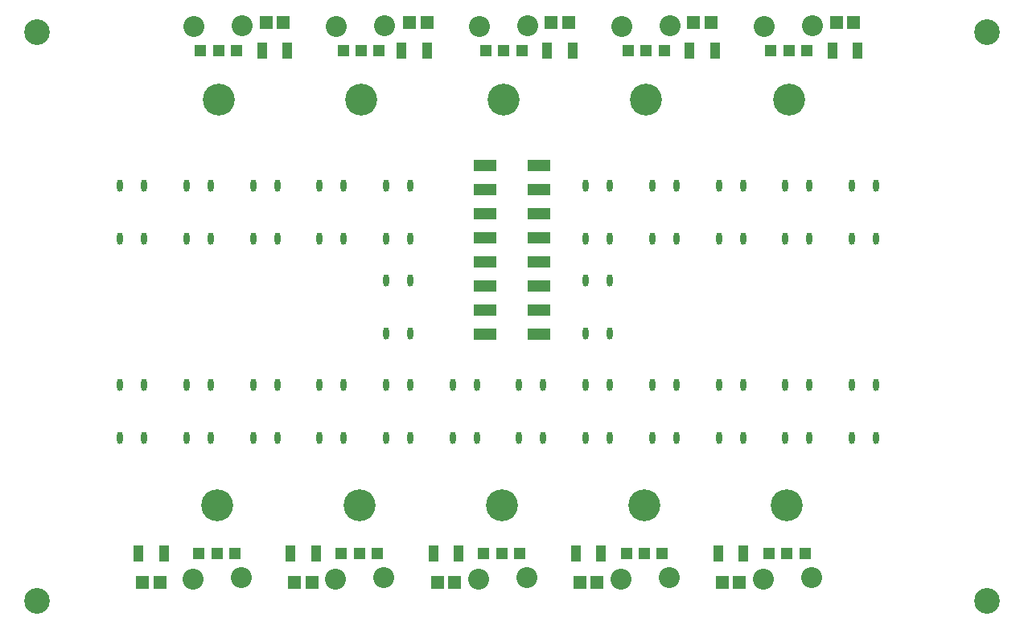
<source format=gts>
G04*
G04 #@! TF.GenerationSoftware,Altium Limited,Altium Designer,21.1.1 (26)*
G04*
G04 Layer_Color=8388736*
%FSLAX25Y25*%
%MOIN*%
G70*
G04*
G04 #@! TF.SameCoordinates,5D9DAD53-06A7-4B73-8655-5B298560343D*
G04*
G04*
G04 #@! TF.FilePolarity,Negative*
G04*
G01*
G75*
%ADD14R,0.05500X0.05800*%
%ADD15O,0.02362X0.05118*%
%ADD17R,0.04343X0.06902*%
%ADD18R,0.09540X0.04816*%
%ADD19R,0.04737X0.04737*%
%ADD20C,0.10642*%
%ADD21C,0.08674*%
%ADD22C,0.13202*%
D14*
X188586Y145669D02*
D03*
X181493D02*
D03*
X428743D02*
D03*
X421651D02*
D03*
X475987Y377953D02*
D03*
X468894D02*
D03*
X239767D02*
D03*
X232674D02*
D03*
X362595Y145669D02*
D03*
X369688D02*
D03*
X303540D02*
D03*
X310633D02*
D03*
X244485D02*
D03*
X251578D02*
D03*
X409839Y377953D02*
D03*
X416932D02*
D03*
X350784D02*
D03*
X357877D02*
D03*
X292120D02*
D03*
X299213D02*
D03*
D15*
X182165Y310236D02*
D03*
X172165D02*
D03*
Y288189D02*
D03*
X182165D02*
D03*
X430197D02*
D03*
X420197D02*
D03*
Y310236D02*
D03*
X430197D02*
D03*
X457756Y288189D02*
D03*
X447756D02*
D03*
Y310236D02*
D03*
X457756D02*
D03*
X485315Y288189D02*
D03*
X475315D02*
D03*
Y310236D02*
D03*
X485315D02*
D03*
X402638Y205512D02*
D03*
X392638D02*
D03*
Y227559D02*
D03*
X402638D02*
D03*
X319961Y205512D02*
D03*
X309961D02*
D03*
Y227559D02*
D03*
X319961D02*
D03*
X375079Y248819D02*
D03*
X365079D02*
D03*
Y270866D02*
D03*
X375079D02*
D03*
Y288189D02*
D03*
X365079D02*
D03*
Y310236D02*
D03*
X375079D02*
D03*
X402638Y288189D02*
D03*
X392638D02*
D03*
Y310236D02*
D03*
X402638D02*
D03*
X475315Y227559D02*
D03*
X485315D02*
D03*
Y205512D02*
D03*
X475315D02*
D03*
X447756Y227559D02*
D03*
X457756D02*
D03*
Y205512D02*
D03*
X447756D02*
D03*
X420197Y227559D02*
D03*
X430197D02*
D03*
Y205512D02*
D03*
X420197D02*
D03*
X199724Y227559D02*
D03*
X209724D02*
D03*
Y205512D02*
D03*
X199724D02*
D03*
X172165Y227559D02*
D03*
X182165Y205512D02*
D03*
Y227559D02*
D03*
X172165Y205512D02*
D03*
X264843Y288189D02*
D03*
X254842D02*
D03*
Y310236D02*
D03*
X264843D02*
D03*
X375079Y205512D02*
D03*
X365079D02*
D03*
Y227559D02*
D03*
X375079D02*
D03*
X347520Y205512D02*
D03*
X337520D02*
D03*
Y227559D02*
D03*
X347520D02*
D03*
X292402Y288189D02*
D03*
X282402D02*
D03*
Y310236D02*
D03*
X292402D02*
D03*
Y248819D02*
D03*
X282402D02*
D03*
Y270866D02*
D03*
X292402D02*
D03*
X237283Y205512D02*
D03*
X227284D02*
D03*
Y227559D02*
D03*
X237283D02*
D03*
X264843Y205512D02*
D03*
X254842D02*
D03*
Y227559D02*
D03*
X264843D02*
D03*
X292402Y205512D02*
D03*
X282402D02*
D03*
Y227559D02*
D03*
X292402D02*
D03*
X237283Y310236D02*
D03*
X227284D02*
D03*
Y288189D02*
D03*
X237283D02*
D03*
X209724Y310236D02*
D03*
X199724D02*
D03*
Y288189D02*
D03*
X209724D02*
D03*
D17*
X190256Y157480D02*
D03*
X179823D02*
D03*
X430413D02*
D03*
X419980D02*
D03*
X477658Y366142D02*
D03*
X467224D02*
D03*
X241437D02*
D03*
X231004D02*
D03*
X360925Y157480D02*
D03*
X371358D02*
D03*
X301870D02*
D03*
X312303D02*
D03*
X242815D02*
D03*
X253248D02*
D03*
X408169Y366142D02*
D03*
X418602D02*
D03*
X349114D02*
D03*
X359547D02*
D03*
X288779D02*
D03*
X299213D02*
D03*
D18*
X323524Y248465D02*
D03*
X345768D02*
D03*
X323524Y258465D02*
D03*
X345768D02*
D03*
X323524Y268465D02*
D03*
X345768D02*
D03*
X323524Y278465D02*
D03*
X345768D02*
D03*
X323524Y288465D02*
D03*
X345768D02*
D03*
X323524Y298465D02*
D03*
X345768D02*
D03*
X323524Y308465D02*
D03*
X345768D02*
D03*
X323524Y318465D02*
D03*
X345768D02*
D03*
D19*
X322835Y157480D02*
D03*
X205512Y366142D02*
D03*
X204724Y157480D02*
D03*
X212205D02*
D03*
X219685D02*
D03*
X263779D02*
D03*
X271260D02*
D03*
X278740D02*
D03*
X330315D02*
D03*
X337795D02*
D03*
X381890D02*
D03*
X389370D02*
D03*
X396850D02*
D03*
X440945D02*
D03*
X448425D02*
D03*
X455905D02*
D03*
X456693Y366142D02*
D03*
X449213D02*
D03*
X441732D02*
D03*
X397638D02*
D03*
X390158D02*
D03*
X382677D02*
D03*
X338583D02*
D03*
X331102D02*
D03*
X323622D02*
D03*
X279528D02*
D03*
X272047D02*
D03*
X264567D02*
D03*
X220472D02*
D03*
X212992D02*
D03*
D20*
X531496Y374016D02*
D03*
Y137795D02*
D03*
X137795D02*
D03*
Y374016D02*
D03*
D21*
X222441Y147480D02*
D03*
X202441Y146949D02*
D03*
X281496Y147480D02*
D03*
X261496Y146949D02*
D03*
X340551Y147480D02*
D03*
X320551Y146949D02*
D03*
X399606Y147480D02*
D03*
X379606Y146949D02*
D03*
X458661Y147480D02*
D03*
X438661Y146949D02*
D03*
X438976Y376142D02*
D03*
X458976Y376673D02*
D03*
X379921Y376142D02*
D03*
X399921Y376673D02*
D03*
X320866Y376142D02*
D03*
X340866Y376673D02*
D03*
X261811Y376142D02*
D03*
X281811Y376673D02*
D03*
X202756Y376142D02*
D03*
X222756Y376673D02*
D03*
D22*
X212205Y177559D02*
D03*
X271260D02*
D03*
X330315D02*
D03*
X389370D02*
D03*
X448425D02*
D03*
X449213Y346063D02*
D03*
X390158D02*
D03*
X331102D02*
D03*
X272047D02*
D03*
X212992D02*
D03*
M02*

</source>
